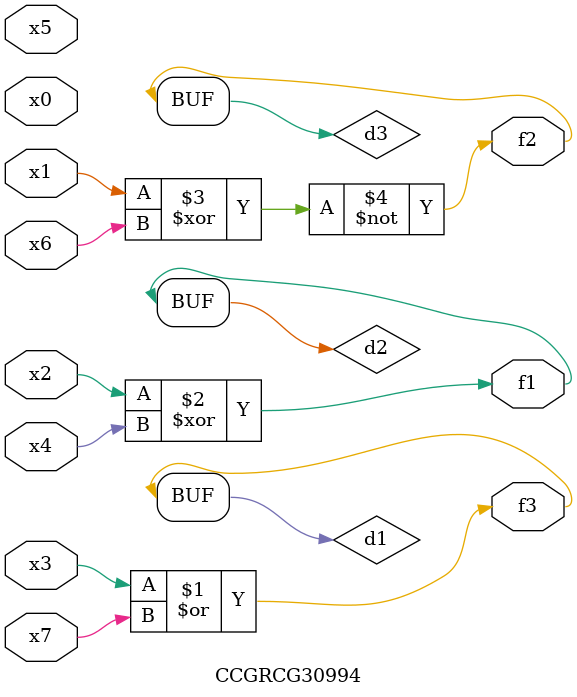
<source format=v>
module CCGRCG30994(
	input x0, x1, x2, x3, x4, x5, x6, x7,
	output f1, f2, f3
);

	wire d1, d2, d3;

	or (d1, x3, x7);
	xor (d2, x2, x4);
	xnor (d3, x1, x6);
	assign f1 = d2;
	assign f2 = d3;
	assign f3 = d1;
endmodule

</source>
